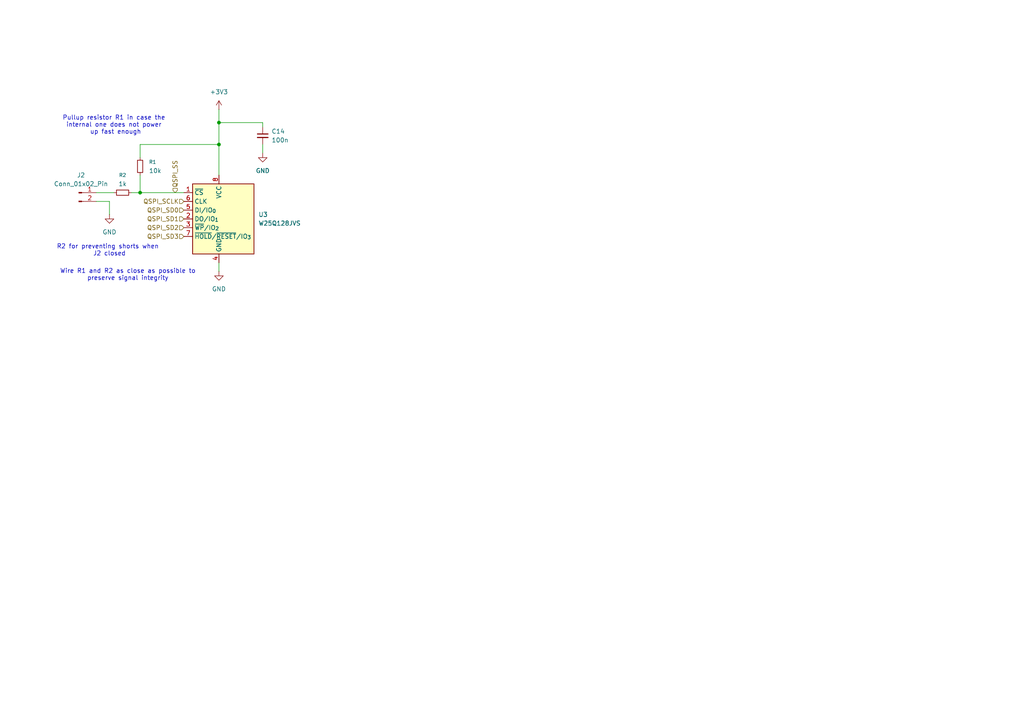
<source format=kicad_sch>
(kicad_sch (version 20250114) (generator "eeschema") (generator_version "9.0")
  (paper "A4")
  (lib_symbols
    (symbol "Connector:Conn_01x02_Pin" (pin_names (offset 1.016) (hide yes))
      (property "Reference" "J" (at 0 2.54 0))
      (property "Value" "Conn_01x02_Pin" (at 0 -5.08 0))
      (symbol "Conn_01x02_Pin_1_1"
        (rectangle (start 0.8636 0.127) (end 0 -0.127) (stroke (width 0.1524)) (fill (type outline)))
        (rectangle (start 0.8636 -2.413) (end 0 -2.667) (stroke (width 0.1524)) (fill (type outline)))
        (polyline (pts (xy 1.27 0) (xy 0.8636 0)) (stroke (width 0.1524)))
        (polyline (pts (xy 1.27 -2.54) (xy 0.8636 -2.54)) (stroke (width 0.1524)))
        (pin passive line (at 5.08 0 180) (length 3.81) (name "Pin_1") (number "1"))
        (pin passive line (at 5.08 -2.54 180) (length 3.81) (name "Pin_2") (number "2"))
      )
    )
    (symbol "Device:C_Small" (pin_numbers (hide yes)) (pin_names (offset 0.254) (hide yes))
      (property "Reference" "C" (at 0.254 1.778 0))
      (property "Value" "C_Small" (at 0.254 -2.032 0))
      (symbol "C_Small_0_1"
        (polyline (pts (xy -1.524 0.508) (xy 1.524 0.508)) (stroke (width 0.3048)))
        (polyline (pts (xy -1.524 -0.508) (xy 1.524 -0.508)) (stroke (width 0.3302)))
      )
      (symbol "C_Small_1_1"
        (pin passive line (at 0 2.54 270) (length 2.032) (name "~") (number "1"))
        (pin passive line (at 0 -2.54 90) (length 2.032) (name "~") (number "2"))
      )
    )
    (symbol "Device:R_Small" (pin_numbers (hide yes)) (pin_names (offset 0.254) (hide yes))
      (property "Reference" "R" (at 0 0 90))
      (property "Value" "R_Small" (at 1.778 0 90))
      (symbol "R_Small_0_1"
        (rectangle (start -0.762 1.778) (end 0.762 -1.778) (stroke (width 0.2032)))
      )
      (symbol "R_Small_1_1"
        (pin passive line (at 0 2.54 270) (length 0.762) (name "~") (number "1"))
        (pin passive line (at 0 -2.54 90) (length 0.762) (name "~") (number "2"))
      )
    )
    (symbol "Memory_Flash:W25Q128JVS"
      (property "Reference" "U" (at -6.35 11.43 0))
      (property "Value" "W25Q128JVS" (at 7.62 11.43 0))
      (symbol "W25Q128JVS_0_1"
        (rectangle (start -7.62 10.16) (end 10.16 -10.16) (stroke (width 0.254)) (fill (type background)))
      )
      (symbol "W25Q128JVS_1_1"
        (pin input line (at -10.16 7.62 0) (length 2.54) (name "~{CS}") (number "1"))
        (pin input line (at -10.16 5.08 0) (length 2.54) (name "CLK") (number "6"))
        (pin bidirectional line (at -10.16 2.54 0) (length 2.54) (name "DI/IO_{0}") (number "5"))
        (pin bidirectional line (at -10.16 0 0) (length 2.54) (name "DO/IO_{1}") (number "2"))
        (pin bidirectional line (at -10.16 -2.54 0) (length 2.54) (name "~{WP}/IO_{2}") (number "3"))
        (pin bidirectional line (at -10.16 -5.08 0) (length 2.54) (name "~{HOLD}/~{RESET}/IO_{3}") (number "7"))
        (pin power_in line (at 0 12.7 270) (length 2.54) (name "VCC") (number "8"))
        (pin power_in line (at 0 -12.7 90) (length 2.54) (name "GND") (number "4"))
      )
    )
    (symbol "power:+3V3" (power) (pin_numbers (hide yes)) (pin_names (offset 0) (hide yes))
      (property "Value" "+3V3" (at 0 3.556 0))
      (symbol "+3V3_0_1"
        (polyline (pts (xy -0.762 1.27) (xy 0 2.54)))
        (polyline (pts (xy 0 2.54) (xy 0.762 1.27)))
        (polyline (pts (xy 0 0) (xy 0 2.54)))
      )
      (symbol "+3V3_1_1"
        (pin power_in line (at 0 0 90) (length 0) (name "~") (number "1"))
      )
    )
    (symbol "power:GND" (power) (pin_numbers (hide yes)) (pin_names (offset 0) (hide yes))
      (property "Value" "GND" (at 0 -3.81 0))
      (symbol "GND_0_1"
        (polyline (pts (xy 0 0) (xy 0 -1.27) (xy 1.27 -1.27) (xy 0 -2.54) (xy -1.27 -1.27) (xy 0 -1.27)))
      )
      (symbol "GND_1_1"
        (pin power_in line (at 0 0 270) (length 0) (name "~") (number "1"))
      )
    )
  )
  (text "Wire R1 and R2 as close as possible to\npreserve signal integrity" (at 37.084 79.756 0) (effects (font (size 1.27 1.27))))
  (text "Pullup resistor R1 in case the \ninternal one does not power \nup fast enough" (at 33.528 36.322 0) (effects (font (size 1.27 1.27))))
  (text "R2 for preventing shorts when \nJ2 closed" (at 31.75 72.644 0) (effects (font (size 1.27 1.27))))
  (junction (at 40.64 55.88))
  (junction (at 63.5 41.91))
  (junction (at 63.5 35.56))
  (wire (pts (xy 76.2 35.56) (xy 63.5 35.56)))
  (wire (pts (xy 38.1 55.88) (xy 40.64 55.88)))
  (wire (pts (xy 40.64 55.88) (xy 53.34 55.88)))
  (wire (pts (xy 76.2 36.83) (xy 76.2 35.56)))
  (wire (pts (xy 76.2 41.91) (xy 76.2 44.45)))
  (wire (pts (xy 63.5 41.91) (xy 63.5 50.8)))
  (wire (pts (xy 63.5 35.56) (xy 63.5 41.91)))
  (wire (pts (xy 31.75 58.42) (xy 31.75 62.23)))
  (wire (pts (xy 27.94 55.88) (xy 33.02 55.88)))
  (wire (pts (xy 40.64 45.72) (xy 40.64 41.91)))
  (wire (pts (xy 40.64 50.8) (xy 40.64 55.88)))
  (wire (pts (xy 63.5 76.2) (xy 63.5 78.74)))
  (wire (pts (xy 63.5 31.75) (xy 63.5 35.56)))
  (wire (pts (xy 27.94 58.42) (xy 31.75 58.42)))
  (wire (pts (xy 40.64 41.91) (xy 63.5 41.91)))
  (hierarchical_label "QSPI_SD1" (shape input) (at 53.34 63.5 180))
  (hierarchical_label "QSPI_SD0" (shape input) (at 53.34 60.96 180))
  (hierarchical_label "QSPI_SS" (shape input) (at 50.8 55.88 90))
  (hierarchical_label "QSPI_SCLK" (shape input) (at 53.34 58.42 180))
  (hierarchical_label "QSPI_SD2" (shape input) (at 53.34 66.04 180))
  (hierarchical_label "QSPI_SD3" (shape input) (at 53.34 68.58 180))
  (symbol (lib_id "power:GND") (at 63.5 78.74 0) (unit 1)
    (property "Reference" "#PWR015" (effects (hide yes)))
    (property "Value" "GND" (at 63.5 83.82 0))
    (property "Description" "Power symbol creates a global label with name \"GND\" , ground" (effects (hide yes)))
  )
  (symbol (lib_id "Device:R_Small") (at 40.64 48.26 0) (unit 1)
    (property "Reference" "R1" (at 43.18 46.9899 0) (effects (font (size 1.016 1.016)) (justify left)))
    (property "Value" "10k" (at 43.18 49.5299 0) (effects (justify left)))
    (property "Footprint" "Resistor_SMD:R_0603_1608Metric_Pad0.98x0.95mm_HandSolder" (effects (hide yes)))
    (property "Description" "Resistor, small symbol" (effects (hide yes)))
  )
  (symbol (lib_id "power:GND") (at 76.2 44.45 0) (unit 1)
    (property "Reference" "#PWR017" (effects (hide yes)))
    (property "Value" "GND" (at 76.2 49.53 0))
    (property "Description" "Power symbol creates a global label with name \"GND\" , ground" (effects (hide yes)))
  )
  (symbol (lib_id "power:GND") (at 31.75 62.23 0) (unit 1)
    (property "Reference" "#PWR018" (effects (hide yes)))
    (property "Value" "GND" (at 31.75 67.31 0))
    (property "Description" "Power symbol creates a global label with name \"GND\" , ground" (effects (hide yes)))
  )
  (symbol (lib_id "Device:R_Small") (at 35.56 55.88 90) (unit 1)
    (property "Reference" "R2" (at 35.56 50.8 90) (effects (font (size 1.016 1.016))))
    (property "Value" "1k" (at 35.56 53.34 90))
    (property "Footprint" "Resistor_SMD:R_0603_1608Metric_Pad0.98x0.95mm_HandSolder" (effects (hide yes)))
    (property "Description" "Resistor, small symbol" (effects (hide yes)))
  )
  (symbol (lib_id "power:+3V3") (at 63.5 31.75 0) (unit 1)
    (property "Reference" "#PWR016" (effects (hide yes)))
    (property "Value" "+3V3" (at 63.5 26.67 0))
    (property "Description" "Power symbol creates a global label with name \"+3V3\"" (effects (hide yes)))
  )
  (symbol (lib_id "Memory_Flash:W25Q128JVS") (at 63.5 63.5 0) (unit 1)
    (property "Reference" "U3" (at 74.93 62.2299 0) (effects (justify left)))
    (property "Value" "W25Q128JVS" (at 74.93 64.7699 0) (effects (justify left)))
    (property "Footprint" "Package_SO:SOIC-8_5.3x5.3mm_P1.27mm" (effects (hide yes)))
    (property "Datasheet" "https://www.winbond.com/resource-files/w25q128jv_dtr%20revc%2003272018%20plus.pdf" (effects (hide yes)))
    (property "Description" "128Mbit / 16MiB Serial Flash Memory, Standard/Dual/Quad SPI, 2.7-3.6V, SOIC-8" (effects (hide yes)))
  )
  (symbol (lib_id "Device:C_Small") (at 76.2 39.37 0) (unit 1)
    (property "Reference" "C14" (at 78.74 38.1062 0) (effects (justify left)))
    (property "Value" "100n" (at 78.74 40.6462 0) (effects (justify left)))
    (property "Footprint" "Capacitor_SMD:C_0603_1608Metric_Pad1.08x0.95mm_HandSolder" (effects (hide yes)))
    (property "Description" "Unpolarized capacitor, small symbol" (effects (hide yes)))
  )
  (symbol (lib_id "Connector:Conn_01x02_Pin") (at 22.86 55.88 0) (unit 1)
    (property "Reference" "J2" (at 23.495 50.8 0))
    (property "Value" "Conn_01x02_Pin" (at 23.495 53.34 0))
    (property "Footprint" "Connector_PinHeader_2.54mm:PinHeader_1x02_P2.54mm_Vertical" (effects (hide yes)))
    (property "Description" "Generic connector, single row, 01x02, script generated" (effects (hide yes)))
  )
)
</source>
